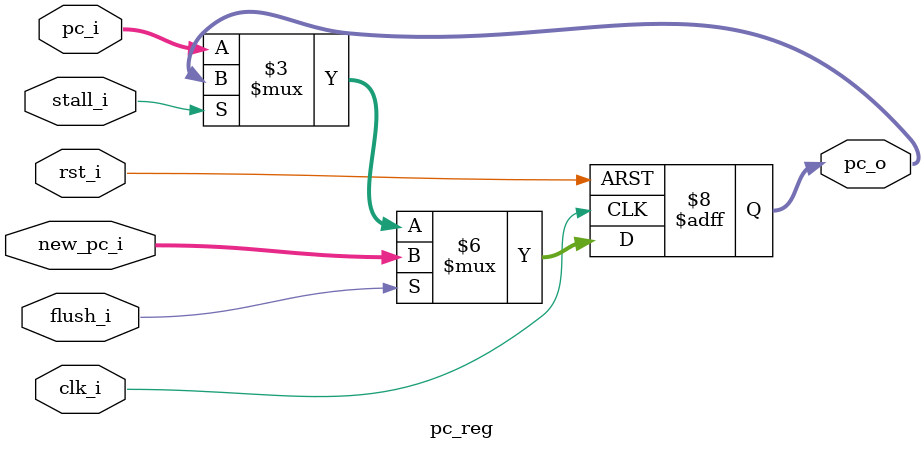
<source format=v>
`timescale 1ns / 1ps


module pc_reg(
	input  wire         clk_i,
	input  wire         rst_i,
	input  wire         stall_i,
	input  wire         flush_i,

	input  wire [31:0]  pc_i,
	input  wire [31:0]  new_pc_i,
	
	output reg  [31:0]  pc_o
    );
	always @(posedge clk_i,posedge rst_i) begin
		if(rst_i) begin
			pc_o <= 32'hbfc00000;
		end else if(flush_i) begin
        		pc_o <= new_pc_i;
        	end else if(~stall_i) begin
			pc_o <= pc_i;
		end
		// if(stall_i) Default unchanged
	end
endmodule
</source>
